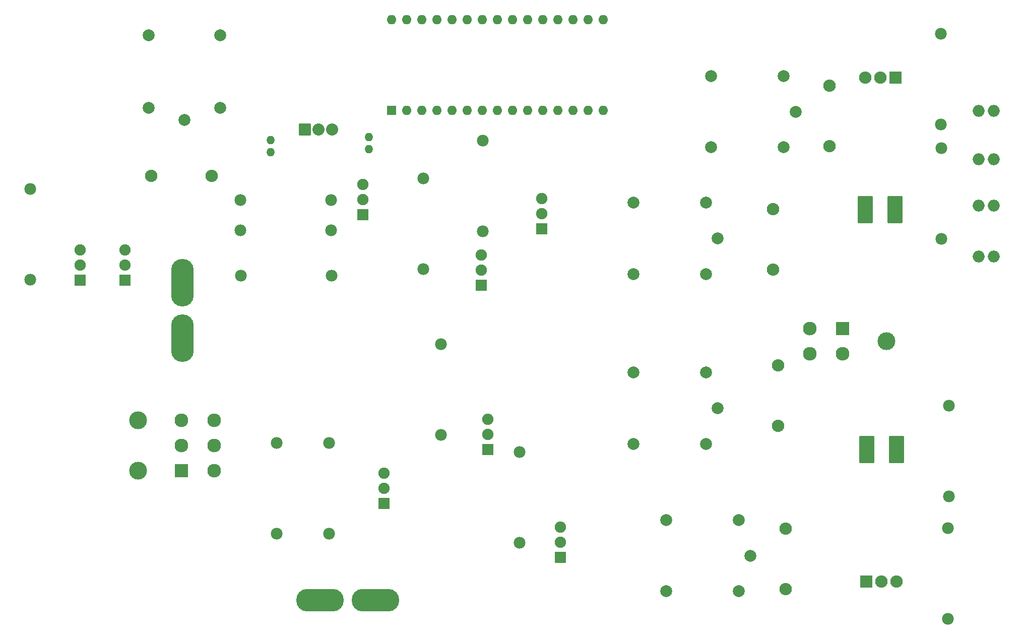
<source format=gbr>
%TF.GenerationSoftware,KiCad,Pcbnew,8.0.1*%
%TF.CreationDate,2024-04-13T23:58:44-04:00*%
%TF.ProjectId,Headlight Controller,48656164-6c69-4676-9874-20436f6e7472,2.2*%
%TF.SameCoordinates,Original*%
%TF.FileFunction,Soldermask,Bot*%
%TF.FilePolarity,Negative*%
%FSLAX46Y46*%
G04 Gerber Fmt 4.6, Leading zero omitted, Abs format (unit mm)*
G04 Created by KiCad (PCBNEW 8.0.1) date 2024-04-13 23:58:44*
%MOMM*%
%LPD*%
G01*
G04 APERTURE LIST*
G04 Aperture macros list*
%AMRoundRect*
0 Rectangle with rounded corners*
0 $1 Rounding radius*
0 $2 $3 $4 $5 $6 $7 $8 $9 X,Y pos of 4 corners*
0 Add a 4 corners polygon primitive as box body*
4,1,4,$2,$3,$4,$5,$6,$7,$8,$9,$2,$3,0*
0 Add four circle primitives for the rounded corners*
1,1,$1+$1,$2,$3*
1,1,$1+$1,$4,$5*
1,1,$1+$1,$6,$7*
1,1,$1+$1,$8,$9*
0 Add four rect primitives between the rounded corners*
20,1,$1+$1,$2,$3,$4,$5,0*
20,1,$1+$1,$4,$5,$6,$7,0*
20,1,$1+$1,$6,$7,$8,$9,0*
20,1,$1+$1,$8,$9,$2,$3,0*%
G04 Aperture macros list end*
%ADD10O,8.000000X3.800000*%
%ADD11O,3.800000X8.000000*%
%ADD12O,2.082800X2.082800*%
%ADD13C,2.999999*%
%ADD14R,2.300000X2.300000*%
%ADD15C,2.300000*%
%ADD16O,1.981200X1.981200*%
%ADD17O,2.000000X2.000000*%
%ADD18RoundRect,0.102000X-0.850000X-0.850000X0.850000X-0.850000X0.850000X0.850000X-0.850000X0.850000X0*%
%ADD19O,1.904000X1.904000*%
%ADD20C,1.904000*%
%ADD21C,2.006600*%
%ADD22RoundRect,0.050800X-0.965200X-0.965200X0.965200X-0.965200X0.965200X0.965200X-0.965200X0.965200X0*%
%ADD23O,2.032000X2.032000*%
%ADD24C,2.032000*%
%ADD25RoundRect,0.101600X1.190000X-2.142500X1.190000X2.142500X-1.190000X2.142500X-1.190000X-2.142500X0*%
%ADD26RoundRect,0.101600X0.939800X-0.939800X0.939800X0.939800X-0.939800X0.939800X-0.939800X-0.939800X0*%
%ADD27R,1.600000X1.600000*%
%ADD28O,1.600000X1.600000*%
%ADD29O,1.401600X1.401600*%
%ADD30RoundRect,0.101600X-1.190000X2.142500X-1.190000X-2.142500X1.190000X-2.142500X1.190000X2.142500X0*%
%ADD31RoundRect,0.101600X-0.939800X0.939800X-0.939800X-0.939800X0.939800X-0.939800X0.939800X0.939800X0*%
G04 APERTURE END LIST*
D10*
%TO.C,F2*%
X78250000Y-151800000D03*
X87550000Y-151800000D03*
%TD*%
D11*
%TO.C,F1*%
X55200000Y-107750000D03*
X55200000Y-98450000D03*
%TD*%
D12*
%TO.C,CR1*%
X154400000Y-86120000D03*
X154400000Y-96280000D03*
%TD*%
D13*
%TO.C,J2*%
X173402502Y-108254002D03*
D14*
X166102501Y-106154002D03*
D15*
X166102501Y-110354001D03*
X160602502Y-106154002D03*
X160602502Y-110354001D03*
%TD*%
D16*
%TO.C,R7*%
X98600000Y-108760000D03*
X98600000Y-124000000D03*
%TD*%
D17*
%TO.C,D4*%
X191445100Y-94000000D03*
X188905100Y-94000000D03*
%TD*%
D12*
%TO.C,CR3*%
X155200000Y-112320000D03*
X155200000Y-122480000D03*
%TD*%
D18*
%TO.C,Q1*%
X85500000Y-87000000D03*
D19*
X85500000Y-84460000D03*
D20*
X85500000Y-81920000D03*
%TD*%
D21*
%TO.C,K2*%
X158199900Y-69700000D03*
X156199900Y-75700000D03*
X144000000Y-75700000D03*
X144000000Y-63700000D03*
X156199900Y-63700000D03*
%TD*%
D16*
%TO.C,R4*%
X79800000Y-140600000D03*
X79800000Y-125360000D03*
%TD*%
%TO.C,R5*%
X95609890Y-80940000D03*
X95609890Y-96180000D03*
%TD*%
D22*
%TO.C,U1*%
X75777500Y-72674100D03*
D23*
X78063500Y-72674100D03*
D24*
X80349500Y-72674100D03*
%TD*%
D25*
%TO.C,U3*%
X175113000Y-126432000D03*
X170134600Y-126432000D03*
D12*
X175113000Y-148657000D03*
X172573000Y-148657000D03*
D26*
X170033000Y-148657000D03*
%TD*%
D16*
%TO.C,R3*%
X71000000Y-125380000D03*
X71000000Y-140620000D03*
%TD*%
%TO.C,R13*%
X183900000Y-134320000D03*
X183900000Y-119080000D03*
%TD*%
D17*
%TO.C,D3*%
X191445100Y-85500000D03*
X188905100Y-85500000D03*
%TD*%
D13*
%TO.C,J1*%
X47699999Y-121600017D03*
X47699999Y-130000000D03*
D14*
X55000000Y-130000000D03*
D15*
X55000000Y-125800001D03*
X55000000Y-121600002D03*
X60499999Y-130000000D03*
X60499999Y-125800001D03*
X60499999Y-121600002D03*
%TD*%
D17*
%TO.C,D1*%
X191445100Y-77700000D03*
X188905100Y-77700000D03*
%TD*%
D16*
%TO.C,R9*%
X65010000Y-97250000D03*
X80250000Y-97250000D03*
%TD*%
D27*
%TO.C,A1*%
X90310000Y-69500000D03*
D28*
X92850000Y-69500000D03*
X95390000Y-69500000D03*
X97930000Y-69500000D03*
X100470000Y-69500000D03*
X103010000Y-69500000D03*
X105550000Y-69500000D03*
X108090000Y-69500000D03*
X110630000Y-69500000D03*
X113170000Y-69500000D03*
X115710000Y-69500000D03*
X118250000Y-69500000D03*
X120790000Y-69500000D03*
X123330000Y-69500000D03*
X125870000Y-69500000D03*
X125870000Y-54260000D03*
X123330000Y-54260000D03*
X120790000Y-54260000D03*
X118250000Y-54260000D03*
X115710000Y-54260000D03*
X113170000Y-54260000D03*
X110630000Y-54260000D03*
X108090000Y-54260000D03*
X105550000Y-54260000D03*
X103010000Y-54260000D03*
X100470000Y-54260000D03*
X97930000Y-54260000D03*
X95390000Y-54260000D03*
X92850000Y-54260000D03*
X90310000Y-54260000D03*
%TD*%
D29*
%TO.C,C1*%
X70000000Y-74500000D03*
X70000000Y-76500000D03*
%TD*%
D18*
%TO.C,Q3*%
X105400000Y-98900000D03*
D19*
X105400000Y-96360000D03*
D20*
X105400000Y-93820000D03*
%TD*%
D29*
%TO.C,C2*%
X86500000Y-74000000D03*
X86500000Y-76000000D03*
%TD*%
D18*
%TO.C,Q4*%
X115500000Y-89420000D03*
D19*
X115500000Y-86880000D03*
D20*
X115500000Y-84340000D03*
%TD*%
D16*
%TO.C,R11*%
X182700000Y-91120000D03*
X182700000Y-75880000D03*
%TD*%
%TO.C,R8*%
X111764945Y-126860000D03*
X111764945Y-142100000D03*
%TD*%
D21*
%TO.C,K1*%
X145100100Y-91000000D03*
X143100100Y-97000000D03*
X130900200Y-97000000D03*
X130900200Y-85000000D03*
X143100100Y-85000000D03*
%TD*%
D18*
%TO.C,Q7*%
X45500000Y-98040000D03*
D19*
X45500000Y-95500000D03*
D20*
X45500000Y-92960000D03*
%TD*%
D21*
%TO.C,K3*%
X145100100Y-119535000D03*
X143100100Y-125535000D03*
X130900200Y-125535000D03*
X130900200Y-113535000D03*
X143100100Y-113535000D03*
%TD*%
D18*
%TO.C,Q6*%
X118655055Y-144620000D03*
D19*
X118655055Y-142080000D03*
D20*
X118655055Y-139540000D03*
%TD*%
D18*
%TO.C,Q2*%
X89000000Y-135540000D03*
D19*
X89000000Y-133000000D03*
D20*
X89000000Y-130460000D03*
%TD*%
D30*
%TO.C,U2*%
X169887000Y-86168000D03*
X174865400Y-86168000D03*
D12*
X169887000Y-63943000D03*
X172427000Y-63943000D03*
D31*
X174967000Y-63943000D03*
%TD*%
D16*
%TO.C,R6*%
X105600000Y-74560000D03*
X105600000Y-89800000D03*
%TD*%
D12*
%TO.C,CR4*%
X156500000Y-139720000D03*
X156500000Y-149880000D03*
%TD*%
D18*
%TO.C,Q8*%
X38000000Y-98040000D03*
D19*
X38000000Y-95500000D03*
D20*
X38000000Y-92960000D03*
%TD*%
D16*
%TO.C,R14*%
X183800000Y-154920000D03*
X183800000Y-139680000D03*
%TD*%
D21*
%TO.C,K5*%
X55500000Y-71100100D03*
X49500000Y-69100100D03*
X49500000Y-56900200D03*
X61500000Y-56900200D03*
X61500000Y-69100100D03*
%TD*%
D16*
%TO.C,R1*%
X64880000Y-89600000D03*
X80120000Y-89600000D03*
%TD*%
D18*
%TO.C,Q5*%
X106490110Y-126440000D03*
D19*
X106490110Y-123900000D03*
D20*
X106490110Y-121360000D03*
%TD*%
D12*
%TO.C,CR5*%
X49920000Y-80500000D03*
X60080000Y-80500000D03*
%TD*%
D16*
%TO.C,R2*%
X80120000Y-84600000D03*
X64880000Y-84600000D03*
%TD*%
D21*
%TO.C,K4*%
X150600100Y-144300001D03*
X148600100Y-150300001D03*
X136400200Y-150300001D03*
X136400200Y-138300001D03*
X148600100Y-138300001D03*
%TD*%
D16*
%TO.C,R12*%
X182600000Y-56580000D03*
X182600000Y-71820000D03*
%TD*%
%TO.C,R10*%
X29600000Y-82680000D03*
X29600000Y-97920000D03*
%TD*%
D17*
%TO.C,D2*%
X191445100Y-69600000D03*
X188905100Y-69600000D03*
%TD*%
D12*
%TO.C,CR2*%
X163900000Y-65320000D03*
X163900000Y-75480000D03*
%TD*%
M02*

</source>
